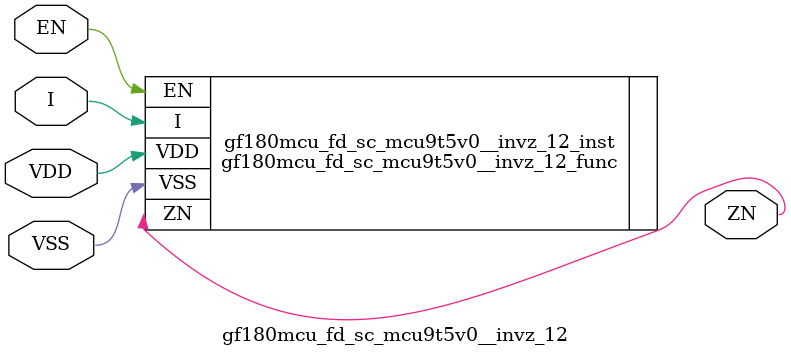
<source format=v>

module gf180mcu_fd_sc_mcu9t5v0__invz_12( EN, I, ZN, VDD, VSS );
input EN, I;
inout VDD, VSS;
output ZN;

   `ifdef FUNCTIONAL  //  functional //

	gf180mcu_fd_sc_mcu9t5v0__invz_12_func gf180mcu_fd_sc_mcu9t5v0__invz_12_behav_inst(.EN(EN),.I(I),.ZN(ZN),.VDD(VDD),.VSS(VSS));

   `else

	gf180mcu_fd_sc_mcu9t5v0__invz_12_func gf180mcu_fd_sc_mcu9t5v0__invz_12_inst(.EN(EN),.I(I),.ZN(ZN),.VDD(VDD),.VSS(VSS));

	// spec_gates_begin


	// spec_gates_end



   specify

	// specify_block_begin

	// comb arc EN --> ZN
	 (EN => ZN) = (1.0,1.0);

	// comb arc I --> ZN
	 (I => ZN) = (1.0,1.0);

	// specify_block_end

   endspecify

   `endif

endmodule

</source>
